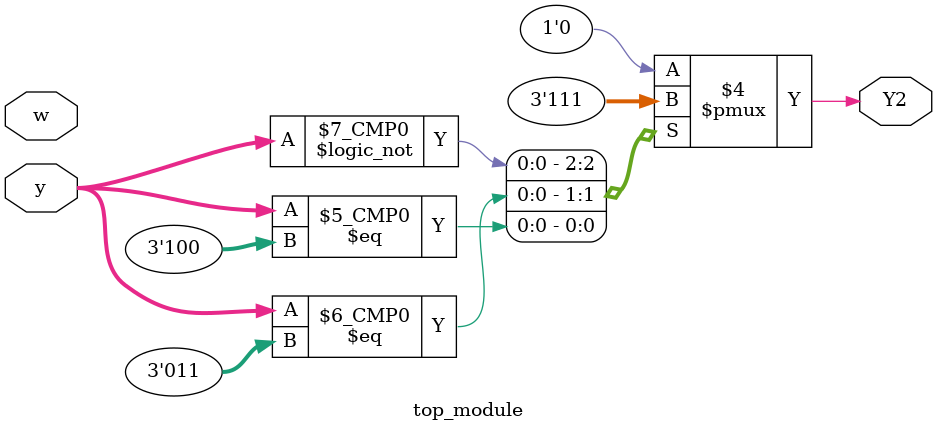
<source format=sv>
module top_module(
	input [3:1] y,
	input w,
	output reg Y2);

	always @ (*) begin
		case(y)
			3'b000: Y2 = 1;			
			3'b001: Y2 = 0;			
			3'b010: Y2 = 0;			
			3'b011: Y2 = 1;			
			3'b100: Y2 = 1;			
			3'b101: Y2 = 0;			
			default: Y2 = 0;			
		endcase
	end
	
endmodule

</source>
